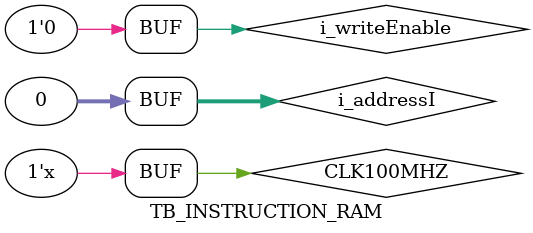
<source format=v>
`timescale 1ns / 1ps



`define len 32
`define NB $clog2(`len)

module TB_INSTRUCTION_RAM(
    );

	reg CLK100MHZ;
	reg i_writeEnable;
	reg [31:0] i_addressI;
	//reg [31:0] o_dataI;
	

	INSTRUCTION_RAM #(
		.RAM_WIDTH(`len),
		.RAM_DEPTH(2048),
		 .INIT_FILE("C:/Arquitectura/TPFinal_Arqui2020/MIPS_2020/program.hex"),
		.RAM_PERFORMANCE("LOW_LATENCY")
		)
		INSTRUCTION_RAM(
			.i_addressI(i_addressI),
			.clka(CLK100MHZ),
			.reset(),
			.enable(1),
			//.o_dataI(o_dataI)
			.i_writeEnable(i_writeEnable)
			//.i_dataI(i_dataI)
			); 	


	initial begin

		CLK100MHZ = 0;

		#10

		i_addressI = 0;
		i_writeEnable = 0;
		//i_dataI = 1;

	end

	always
		#5 CLK100MHZ = ~CLK100MHZ;
		
endmodule
    
</source>
